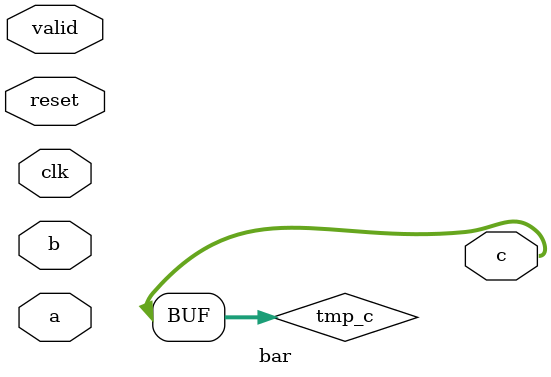
<source format=sv>
module bar (
  clk, 
  reset,
  //keep
  a, 
  //also this comment 1
  b, 
  // also this comment 2
  valid, 
  c
); 

  input 	     clk;
  input 	     reset;
  input  [3:0] a;
  // keep this single comment
  input  [3:0] b;
  /* multiline comment should
  be kept*/
  input        valid;
  output [6:0] c;

  reg [6:0] tmp_c;
  assign c = tmp_c;
  

endmodule
</source>
